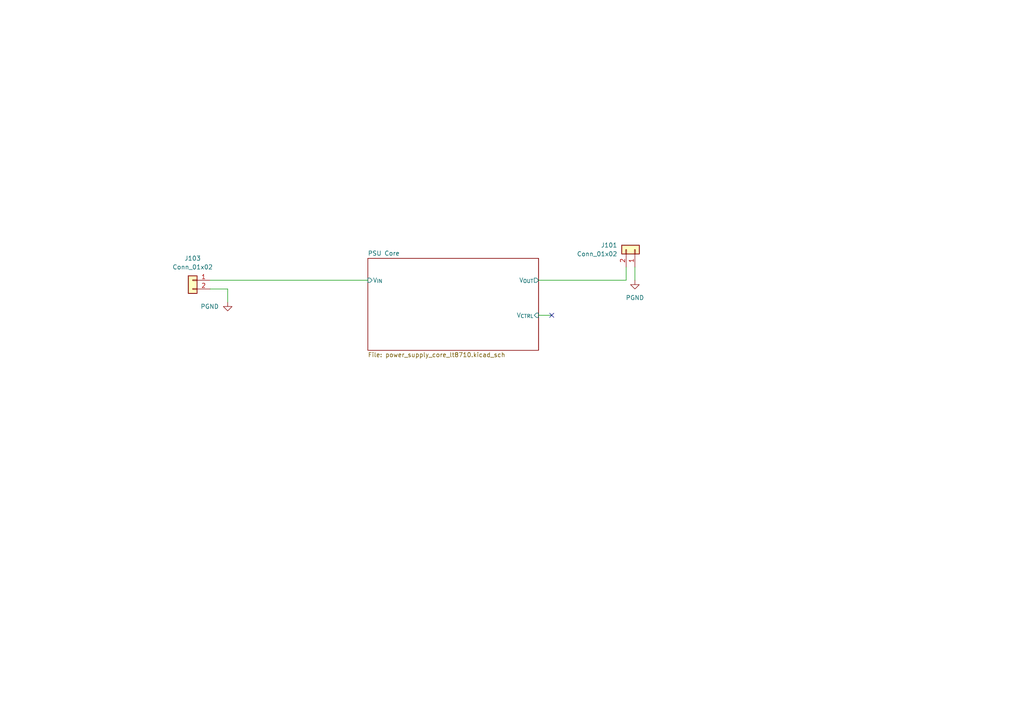
<source format=kicad_sch>
(kicad_sch
	(version 20240417)
	(generator "eeschema")
	(generator_version "8.99")
	(uuid "ff83409c-99dd-46e9-aedf-90f1262e88ea")
	(paper "A4")
	(lib_symbols
		(symbol "Connector_Generic:Conn_01x02"
			(pin_names
				(offset 1.016) hide)
			(exclude_from_sim no)
			(in_bom yes)
			(on_board yes)
			(property "Reference" "J"
				(at 0 2.54 0)
				(effects
					(font
						(size 1.27 1.27)
					)
					(hide yes)
				)
			)
			(property "Value" "Conn_01x02"
				(at 0 -5.08 0)
				(effects
					(font
						(size 1.27 1.27)
					)
					(hide yes)
				)
			)
			(property "Footprint" ""
				(at 0 0 0)
				(effects
					(font
						(size 1.27 1.27)
					)
					(hide yes)
				)
			)
			(property "Datasheet" "~"
				(at 0 0 0)
				(effects
					(font
						(size 1.27 1.27)
					)
					(hide yes)
				)
			)
			(property "Description" "Generic connector, single row, 01x02, script generated (kicad-library-utils/schlib/autogen/connector/)"
				(at 0 0 0)
				(effects
					(font
						(size 1.27 1.27)
					)
					(hide yes)
				)
			)
			(property "ki_keywords" "connector"
				(at 0 0 0)
				(effects
					(font
						(size 1.27 1.27)
					)
					(hide yes)
				)
			)
			(property "ki_fp_filters" "Connector*:*_1x??_*"
				(at 0 0 0)
				(effects
					(font
						(size 1.27 1.27)
					)
					(hide yes)
				)
			)
			(symbol "Conn_01x02_1_1"
				(rectangle
					(start -1.27 1.27)
					(end 1.27 -3.81)
					(stroke
						(width 0.254)
						(type default)
					)
					(fill
						(type background)
					)
				)
				(rectangle
					(start -1.27 0.127)
					(end 0 -0.127)
					(stroke
						(width 0.1524)
						(type default)
					)
					(fill
						(type none)
					)
				)
				(rectangle
					(start -1.27 -2.413)
					(end 0 -2.667)
					(stroke
						(width 0.1524)
						(type default)
					)
					(fill
						(type none)
					)
				)
				(pin passive line
					(at -5.08 0 0)
					(length 3.81)
					(name "Pin_1"
						(effects
							(font
								(size 1.27 1.27)
							)
						)
					)
					(number "1"
						(effects
							(font
								(size 1.27 1.27)
							)
						)
					)
				)
				(pin passive line
					(at -5.08 -2.54 0)
					(length 3.81)
					(name "Pin_2"
						(effects
							(font
								(size 1.27 1.27)
							)
						)
					)
					(number "2"
						(effects
							(font
								(size 1.27 1.27)
							)
						)
					)
				)
			)
		)
		(symbol "power:GND"
			(power)
			(pin_names
				(offset 0)
			)
			(exclude_from_sim no)
			(in_bom yes)
			(on_board yes)
			(property "Reference" "#PWR"
				(at 0 -6.35 0)
				(effects
					(font
						(size 1.27 1.27)
					)
					(hide yes)
				)
			)
			(property "Value" "GND"
				(at 0 -3.81 0)
				(effects
					(font
						(size 1.27 1.27)
					)
					(hide yes)
				)
			)
			(property "Footprint" ""
				(at 0 0 0)
				(effects
					(font
						(size 1.27 1.27)
					)
					(hide yes)
				)
			)
			(property "Datasheet" ""
				(at 0 0 0)
				(effects
					(font
						(size 1.27 1.27)
					)
					(hide yes)
				)
			)
			(property "Description" "Power symbol creates a global label with name \"GND\" , ground"
				(at 0 0 0)
				(effects
					(font
						(size 1.27 1.27)
					)
					(hide yes)
				)
			)
			(property "ki_keywords" "global power"
				(at 0 0 0)
				(effects
					(font
						(size 1.27 1.27)
					)
					(hide yes)
				)
			)
			(symbol "GND_0_1"
				(polyline
					(pts
						(xy 0 0) (xy 0 -1.27) (xy 1.27 -1.27) (xy 0 -2.54) (xy -1.27 -1.27) (xy 0 -1.27)
					)
					(stroke
						(width 0)
						(type default)
					)
					(fill
						(type none)
					)
				)
			)
			(symbol "GND_1_1"
				(pin power_in line
					(at 0 0 270)
					(length 0) hide
					(name "GND"
						(effects
							(font
								(size 1.27 1.27)
							)
						)
					)
					(number "1"
						(effects
							(font
								(size 1.27 1.27)
							)
						)
					)
				)
			)
		)
	)
	(no_connect
		(at 160.02 91.44)
		(uuid "9e74337c-da5e-4489-a555-8d90736a6b7a")
	)
	(wire
		(pts
			(xy 156.21 91.44) (xy 160.02 91.44)
		)
		(stroke
			(width 0)
			(type default)
		)
		(uuid "06c7c78e-2ffa-4f6f-b423-89684f6c40c5")
	)
	(wire
		(pts
			(xy 184.15 77.47) (xy 184.15 81.28)
		)
		(stroke
			(width 0)
			(type default)
		)
		(uuid "1609c95a-2f06-47b8-b214-f70b385f8eee")
	)
	(wire
		(pts
			(xy 66.04 83.82) (xy 66.04 87.63)
		)
		(stroke
			(width 0)
			(type default)
		)
		(uuid "59845937-c4c6-46d5-9b2a-52007ac331cf")
	)
	(wire
		(pts
			(xy 60.96 81.28) (xy 106.68 81.28)
		)
		(stroke
			(width 0)
			(type default)
		)
		(uuid "69bdeee4-489b-4403-a356-fff9d3374131")
	)
	(wire
		(pts
			(xy 60.96 83.82) (xy 66.04 83.82)
		)
		(stroke
			(width 0)
			(type default)
		)
		(uuid "a427c776-68a8-42d2-89ab-d0828887bfee")
	)
	(wire
		(pts
			(xy 181.61 77.47) (xy 181.61 81.28)
		)
		(stroke
			(width 0)
			(type default)
		)
		(uuid "a5261432-a18c-4bfe-9315-34b57395b2a8")
	)
	(wire
		(pts
			(xy 156.21 81.28) (xy 181.61 81.28)
		)
		(stroke
			(width 0)
			(type default)
		)
		(uuid "cbad2276-ce15-4eb0-9c97-9511f8169ff0")
	)
	(symbol
		(lib_id "Connector_Generic:Conn_01x02")
		(at 55.88 81.28 0)
		(mirror y)
		(unit 1)
		(exclude_from_sim no)
		(in_bom yes)
		(on_board yes)
		(dnp no)
		(uuid "755cfa0b-cce3-4a1f-a39a-f0efa683ea89")
		(property "Reference" "J103"
			(at 55.88 74.93 0)
			(effects
				(font
					(size 1.27 1.27)
				)
			)
		)
		(property "Value" "Conn_01x02"
			(at 55.88 77.47 0)
			(effects
				(font
					(size 1.27 1.27)
				)
			)
		)
		(property "Footprint" "TerminalBlock_WAGO:TerminalBlock_WAGO_236-402_1x02_P5.00mm_45Degree"
			(at 55.88 81.28 0)
			(effects
				(font
					(size 1.27 1.27)
				)
				(hide yes)
			)
		)
		(property "Datasheet" "~"
			(at 55.88 81.28 0)
			(effects
				(font
					(size 1.27 1.27)
				)
				(hide yes)
			)
		)
		(property "Description" "Generic connector, single row, 01x02, script generated (kicad-library-utils/schlib/autogen/connector/)"
			(at 55.88 81.28 0)
			(effects
				(font
					(size 1.27 1.27)
				)
				(hide yes)
			)
		)
		(property "Quantity" ""
			(at 55.88 81.28 0)
			(effects
				(font
					(size 1.27 1.27)
				)
			)
		)
		(pin "1"
			(uuid "7571c819-a95c-4c92-8e7e-57d7b94d2074")
		)
		(pin "2"
			(uuid "7c2ac1dc-7c5d-4960-b50c-4af939f0543a")
		)
		(instances
			(project "side_main_psu"
				(path "/ff83409c-99dd-46e9-aedf-90f1262e88ea"
					(reference "J103")
					(unit 1)
				)
			)
		)
	)
	(symbol
		(lib_id "power:GND")
		(at 184.15 81.28 0)
		(unit 1)
		(exclude_from_sim no)
		(in_bom yes)
		(on_board yes)
		(dnp no)
		(fields_autoplaced yes)
		(uuid "a14a894b-3cfa-4566-ba13-d32b8d5a043e")
		(property "Reference" "#PWR0102"
			(at 184.15 87.63 0)
			(effects
				(font
					(size 1.27 1.27)
				)
				(hide yes)
			)
		)
		(property "Value" "PGND"
			(at 184.15 86.36 0)
			(effects
				(font
					(size 1.27 1.27)
				)
			)
		)
		(property "Footprint" ""
			(at 184.15 81.28 0)
			(effects
				(font
					(size 1.27 1.27)
				)
				(hide yes)
			)
		)
		(property "Datasheet" ""
			(at 184.15 81.28 0)
			(effects
				(font
					(size 1.27 1.27)
				)
				(hide yes)
			)
		)
		(property "Description" "Power symbol creates a global label with name \"GND\" , ground"
			(at 184.15 81.28 0)
			(effects
				(font
					(size 1.27 1.27)
				)
				(hide yes)
			)
		)
		(pin "1"
			(uuid "ea402ae5-6c5d-4cf7-a915-8b856d8c5e0f")
		)
		(instances
			(project "side_main_psu"
				(path "/ff83409c-99dd-46e9-aedf-90f1262e88ea"
					(reference "#PWR0102")
					(unit 1)
				)
			)
		)
	)
	(symbol
		(lib_id "Connector_Generic:Conn_01x02")
		(at 184.15 72.39 270)
		(mirror x)
		(unit 1)
		(exclude_from_sim no)
		(in_bom yes)
		(on_board yes)
		(dnp no)
		(fields_autoplaced yes)
		(uuid "b01b70d5-580c-47ac-8ce6-f3b15ff95ef0")
		(property "Reference" "J101"
			(at 179.07 71.1199 90)
			(effects
				(font
					(size 1.27 1.27)
				)
				(justify right)
			)
		)
		(property "Value" "Conn_01x02"
			(at 179.07 73.6599 90)
			(effects
				(font
					(size 1.27 1.27)
				)
				(justify right)
			)
		)
		(property "Footprint" "TerminalBlock_WAGO:TerminalBlock_WAGO_236-402_1x02_P5.00mm_45Degree"
			(at 184.15 72.39 0)
			(effects
				(font
					(size 1.27 1.27)
				)
				(hide yes)
			)
		)
		(property "Datasheet" "~"
			(at 184.15 72.39 0)
			(effects
				(font
					(size 1.27 1.27)
				)
				(hide yes)
			)
		)
		(property "Description" "Generic connector, single row, 01x02, script generated (kicad-library-utils/schlib/autogen/connector/)"
			(at 184.15 72.39 0)
			(effects
				(font
					(size 1.27 1.27)
				)
				(hide yes)
			)
		)
		(property "Quantity" ""
			(at 184.15 72.39 0)
			(effects
				(font
					(size 1.27 1.27)
				)
			)
		)
		(pin "1"
			(uuid "cc620403-5034-490c-9d29-7e07b31b95ef")
		)
		(pin "2"
			(uuid "2c004119-2af8-4503-a7ba-10b5c039cd4c")
		)
		(instances
			(project "side_main_psu"
				(path "/ff83409c-99dd-46e9-aedf-90f1262e88ea"
					(reference "J101")
					(unit 1)
				)
			)
		)
	)
	(symbol
		(lib_id "power:GND")
		(at 66.04 87.63 0)
		(unit 1)
		(exclude_from_sim no)
		(in_bom yes)
		(on_board yes)
		(dnp no)
		(fields_autoplaced yes)
		(uuid "b138fbf2-c124-45fe-a868-8d06f2a8a90a")
		(property "Reference" "#PWR0101"
			(at 66.04 92.71 0)
			(effects
				(font
					(size 1.27 1.27)
				)
				(hide yes)
			)
		)
		(property "Value" "PGND"
			(at 63.5 88.8999 0)
			(effects
				(font
					(size 1.27 1.27)
				)
				(justify right)
			)
		)
		(property "Footprint" ""
			(at 66.04 87.63 0)
			(effects
				(font
					(size 1.27 1.27)
				)
				(hide yes)
			)
		)
		(property "Datasheet" ""
			(at 66.04 87.63 0)
			(effects
				(font
					(size 1.27 1.27)
				)
				(hide yes)
			)
		)
		(property "Description" "Power symbol creates a global label with name \"GND\" , ground"
			(at 66.04 87.63 0)
			(effects
				(font
					(size 1.27 1.27)
				)
				(hide yes)
			)
		)
		(pin "1"
			(uuid "d2f102c9-b5ec-49d3-b902-4fe719fcf332")
		)
		(instances
			(project "side_main_psu"
				(path "/ff83409c-99dd-46e9-aedf-90f1262e88ea"
					(reference "#PWR0101")
					(unit 1)
				)
			)
		)
	)
	(sheet
		(at 106.68 74.93)
		(size 49.53 26.67)
		(fields_autoplaced yes)
		(stroke
			(width 0.1524)
			(type solid)
		)
		(fill
			(color 0 0 0 0.0000)
		)
		(uuid "39e22e3a-753c-430c-82dc-e3753381ef12")
		(property "Sheetname" "PSU Core"
			(at 106.68 74.2184 0)
			(effects
				(font
					(size 1.27 1.27)
				)
				(justify left bottom)
			)
		)
		(property "Sheetfile" "power_supply_core_lt8710.kicad_sch"
			(at 106.68 102.1846 0)
			(effects
				(font
					(size 1.27 1.27)
				)
				(justify left top)
			)
		)
		(pin "V_{IN}" input
			(at 106.68 81.28 180)
			(effects
				(font
					(size 1.27 1.27)
				)
				(justify left)
			)
			(uuid "fc0d17a1-3b84-453a-9241-0e003fa9219f")
		)
		(pin "V_{CTRL}" input
			(at 156.21 91.44 0)
			(effects
				(font
					(size 1.27 1.27)
				)
				(justify right)
			)
			(uuid "22753959-3e48-41a7-9399-467e6860b466")
		)
		(pin "V_{OUT}" output
			(at 156.21 81.28 0)
			(effects
				(font
					(size 1.27 1.27)
				)
				(justify right)
			)
			(uuid "4c8d8086-136a-4147-8400-a0f6b6374cb2")
		)
		(instances
			(project "side_main_psu"
				(path "/ff83409c-99dd-46e9-aedf-90f1262e88ea"
					(page "2")
				)
			)
		)
	)
	(sheet_instances
		(path "/"
			(page "1")
		)
	)
)

</source>
